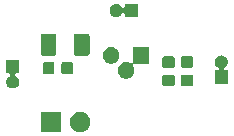
<source format=gbr>
G04 #@! TF.GenerationSoftware,KiCad,Pcbnew,(5.1.4)-1*
G04 #@! TF.CreationDate,2020-05-05T22:33:11+03:00*
G04 #@! TF.ProjectId,Single_Transitor_Amp,53696e67-6c65-45f5-9472-616e7369746f,V1.0*
G04 #@! TF.SameCoordinates,Original*
G04 #@! TF.FileFunction,Soldermask,Top*
G04 #@! TF.FilePolarity,Negative*
%FSLAX46Y46*%
G04 Gerber Fmt 4.6, Leading zero omitted, Abs format (unit mm)*
G04 Created by KiCad (PCBNEW (5.1.4)-1) date 2020-05-05 22:33:11*
%MOMM*%
%LPD*%
G04 APERTURE LIST*
%ADD10C,0.100000*%
G04 APERTURE END LIST*
D10*
G36*
X109178228Y-113131703D02*
G01*
X109333100Y-113195853D01*
X109472481Y-113288985D01*
X109591015Y-113407519D01*
X109684147Y-113546900D01*
X109748297Y-113701772D01*
X109781000Y-113866184D01*
X109781000Y-114033816D01*
X109748297Y-114198228D01*
X109684147Y-114353100D01*
X109591015Y-114492481D01*
X109472481Y-114611015D01*
X109333100Y-114704147D01*
X109178228Y-114768297D01*
X109013816Y-114801000D01*
X108846184Y-114801000D01*
X108681772Y-114768297D01*
X108526900Y-114704147D01*
X108387519Y-114611015D01*
X108268985Y-114492481D01*
X108175853Y-114353100D01*
X108111703Y-114198228D01*
X108079000Y-114033816D01*
X108079000Y-113866184D01*
X108111703Y-113701772D01*
X108175853Y-113546900D01*
X108268985Y-113407519D01*
X108387519Y-113288985D01*
X108526900Y-113195853D01*
X108681772Y-113131703D01*
X108846184Y-113099000D01*
X109013816Y-113099000D01*
X109178228Y-113131703D01*
X109178228Y-113131703D01*
G37*
G36*
X107281000Y-114801000D02*
G01*
X105579000Y-114801000D01*
X105579000Y-113099000D01*
X107281000Y-113099000D01*
X107281000Y-114801000D01*
X107281000Y-114801000D01*
G37*
G36*
X103771000Y-109831000D02*
G01*
X103542735Y-109831000D01*
X103518349Y-109833402D01*
X103494900Y-109840515D01*
X103473289Y-109852066D01*
X103454347Y-109867611D01*
X103438802Y-109886553D01*
X103427251Y-109908164D01*
X103420138Y-109931613D01*
X103417736Y-109955999D01*
X103420138Y-109980385D01*
X103427251Y-110003834D01*
X103438802Y-110025445D01*
X103454347Y-110044387D01*
X103473289Y-110059932D01*
X103483802Y-110066233D01*
X103527600Y-110089644D01*
X103585170Y-110136890D01*
X103611501Y-110158499D01*
X103680357Y-110242400D01*
X103716995Y-110310945D01*
X103731521Y-110338121D01*
X103763027Y-110441985D01*
X103773666Y-110550000D01*
X103763027Y-110658015D01*
X103731521Y-110761879D01*
X103716995Y-110789055D01*
X103680357Y-110857600D01*
X103611501Y-110941501D01*
X103527600Y-111010357D01*
X103459055Y-111046995D01*
X103431879Y-111061521D01*
X103328015Y-111093027D01*
X103247067Y-111101000D01*
X103192933Y-111101000D01*
X103111985Y-111093027D01*
X103008121Y-111061521D01*
X102980945Y-111046995D01*
X102912400Y-111010357D01*
X102828499Y-110941501D01*
X102759643Y-110857600D01*
X102723005Y-110789055D01*
X102708479Y-110761879D01*
X102676973Y-110658015D01*
X102666334Y-110550000D01*
X102676973Y-110441985D01*
X102708479Y-110338121D01*
X102723005Y-110310945D01*
X102759643Y-110242400D01*
X102828499Y-110158499D01*
X102854830Y-110136890D01*
X102912400Y-110089644D01*
X102956193Y-110066236D01*
X102976563Y-110052625D01*
X102993890Y-110035298D01*
X103007504Y-110014924D01*
X103016881Y-109992285D01*
X103021662Y-109968252D01*
X103021662Y-109943748D01*
X103016882Y-109919714D01*
X103007505Y-109897076D01*
X102993891Y-109876701D01*
X102976564Y-109859374D01*
X102956190Y-109845760D01*
X102933551Y-109836383D01*
X102909518Y-109831602D01*
X102897265Y-109831000D01*
X102669000Y-109831000D01*
X102669000Y-108729000D01*
X103771000Y-108729000D01*
X103771000Y-109831000D01*
X103771000Y-109831000D01*
G37*
G36*
X116789591Y-109953085D02*
G01*
X116823569Y-109963393D01*
X116854890Y-109980134D01*
X116882339Y-110002661D01*
X116904866Y-110030110D01*
X116921607Y-110061431D01*
X116931915Y-110095409D01*
X116936000Y-110136890D01*
X116936000Y-110738110D01*
X116931915Y-110779591D01*
X116921607Y-110813569D01*
X116904866Y-110844890D01*
X116882339Y-110872339D01*
X116854890Y-110894866D01*
X116823569Y-110911607D01*
X116789591Y-110921915D01*
X116748110Y-110926000D01*
X116071890Y-110926000D01*
X116030409Y-110921915D01*
X115996431Y-110911607D01*
X115965110Y-110894866D01*
X115937661Y-110872339D01*
X115915134Y-110844890D01*
X115898393Y-110813569D01*
X115888085Y-110779591D01*
X115884000Y-110738110D01*
X115884000Y-110136890D01*
X115888085Y-110095409D01*
X115898393Y-110061431D01*
X115915134Y-110030110D01*
X115937661Y-110002661D01*
X115965110Y-109980134D01*
X115996431Y-109963393D01*
X116030409Y-109953085D01*
X116071890Y-109949000D01*
X116748110Y-109949000D01*
X116789591Y-109953085D01*
X116789591Y-109953085D01*
G37*
G36*
X118359591Y-109953085D02*
G01*
X118393569Y-109963393D01*
X118424890Y-109980134D01*
X118452339Y-110002661D01*
X118474866Y-110030110D01*
X118491607Y-110061431D01*
X118501915Y-110095409D01*
X118506000Y-110136890D01*
X118506000Y-110738110D01*
X118501915Y-110779591D01*
X118491607Y-110813569D01*
X118474866Y-110844890D01*
X118452339Y-110872339D01*
X118424890Y-110894866D01*
X118393569Y-110911607D01*
X118359591Y-110921915D01*
X118318110Y-110926000D01*
X117641890Y-110926000D01*
X117600409Y-110921915D01*
X117566431Y-110911607D01*
X117535110Y-110894866D01*
X117507661Y-110872339D01*
X117485134Y-110844890D01*
X117468393Y-110813569D01*
X117458085Y-110779591D01*
X117454000Y-110738110D01*
X117454000Y-110136890D01*
X117458085Y-110095409D01*
X117468393Y-110061431D01*
X117485134Y-110030110D01*
X117507661Y-110002661D01*
X117535110Y-109980134D01*
X117566431Y-109963393D01*
X117600409Y-109953085D01*
X117641890Y-109949000D01*
X118318110Y-109949000D01*
X118359591Y-109953085D01*
X118359591Y-109953085D01*
G37*
G36*
X120988015Y-108316973D02*
G01*
X121091879Y-108348479D01*
X121119055Y-108363005D01*
X121187600Y-108399643D01*
X121271501Y-108468499D01*
X121340357Y-108552400D01*
X121375554Y-108618250D01*
X121391521Y-108648121D01*
X121423027Y-108751985D01*
X121433666Y-108860000D01*
X121423027Y-108968015D01*
X121391521Y-109071879D01*
X121382770Y-109088250D01*
X121340357Y-109167600D01*
X121313586Y-109200220D01*
X121271501Y-109251501D01*
X121187600Y-109320356D01*
X121143807Y-109343764D01*
X121123437Y-109357375D01*
X121106110Y-109374702D01*
X121092496Y-109395076D01*
X121083119Y-109417715D01*
X121078338Y-109441748D01*
X121078338Y-109466252D01*
X121083118Y-109490286D01*
X121092495Y-109512924D01*
X121106109Y-109533299D01*
X121123436Y-109550626D01*
X121143810Y-109564240D01*
X121166449Y-109573617D01*
X121190482Y-109578398D01*
X121202735Y-109579000D01*
X121431000Y-109579000D01*
X121431000Y-110681000D01*
X120329000Y-110681000D01*
X120329000Y-109579000D01*
X120557265Y-109579000D01*
X120581651Y-109576598D01*
X120605100Y-109569485D01*
X120626711Y-109557934D01*
X120645653Y-109542389D01*
X120661198Y-109523447D01*
X120672749Y-109501836D01*
X120679862Y-109478387D01*
X120682264Y-109454001D01*
X120679862Y-109429615D01*
X120672749Y-109406166D01*
X120661198Y-109384555D01*
X120645653Y-109365613D01*
X120626711Y-109350068D01*
X120616198Y-109343767D01*
X120572400Y-109320356D01*
X120488499Y-109251501D01*
X120446414Y-109200220D01*
X120419643Y-109167600D01*
X120377230Y-109088250D01*
X120368479Y-109071879D01*
X120336973Y-108968015D01*
X120326334Y-108860000D01*
X120336973Y-108751985D01*
X120368479Y-108648121D01*
X120384446Y-108618250D01*
X120419643Y-108552400D01*
X120488499Y-108468499D01*
X120572400Y-108399643D01*
X120640945Y-108363005D01*
X120668121Y-108348479D01*
X120771985Y-108316973D01*
X120852933Y-108309000D01*
X120907067Y-108309000D01*
X120988015Y-108316973D01*
X120988015Y-108316973D01*
G37*
G36*
X114791000Y-109001000D02*
G01*
X113516749Y-109001000D01*
X113492363Y-109003402D01*
X113468914Y-109010515D01*
X113447303Y-109022066D01*
X113428361Y-109037611D01*
X113412816Y-109056553D01*
X113401265Y-109078164D01*
X113394152Y-109101613D01*
X113391750Y-109125999D01*
X113394152Y-109150385D01*
X113401265Y-109173834D01*
X113412816Y-109195444D01*
X113441218Y-109237951D01*
X113494062Y-109365527D01*
X113521000Y-109500956D01*
X113521000Y-109639044D01*
X113494062Y-109774473D01*
X113441218Y-109902049D01*
X113364505Y-110016859D01*
X113266859Y-110114505D01*
X113152049Y-110191218D01*
X113024473Y-110244062D01*
X112889044Y-110271000D01*
X112750956Y-110271000D01*
X112615527Y-110244062D01*
X112487951Y-110191218D01*
X112373141Y-110114505D01*
X112275495Y-110016859D01*
X112198782Y-109902049D01*
X112145938Y-109774473D01*
X112119000Y-109639044D01*
X112119000Y-109500956D01*
X112145938Y-109365527D01*
X112198782Y-109237951D01*
X112275495Y-109123141D01*
X112373141Y-109025495D01*
X112487951Y-108948782D01*
X112615527Y-108895938D01*
X112750956Y-108869000D01*
X112889044Y-108869000D01*
X113024473Y-108895938D01*
X113152049Y-108948782D01*
X113194556Y-108977184D01*
X113216167Y-108988735D01*
X113239616Y-108995848D01*
X113264002Y-108998250D01*
X113288388Y-108995848D01*
X113311837Y-108988735D01*
X113333447Y-108977183D01*
X113352389Y-108961638D01*
X113367934Y-108942696D01*
X113379485Y-108921085D01*
X113386598Y-108897636D01*
X113389000Y-108873251D01*
X113389000Y-107599000D01*
X114791000Y-107599000D01*
X114791000Y-109001000D01*
X114791000Y-109001000D01*
G37*
G36*
X108179591Y-108848085D02*
G01*
X108213569Y-108858393D01*
X108244890Y-108875134D01*
X108272339Y-108897661D01*
X108294866Y-108925110D01*
X108311607Y-108956431D01*
X108321915Y-108990409D01*
X108326000Y-109031890D01*
X108326000Y-109708110D01*
X108321915Y-109749591D01*
X108311607Y-109783569D01*
X108294866Y-109814890D01*
X108272339Y-109842339D01*
X108244890Y-109864866D01*
X108213569Y-109881607D01*
X108179591Y-109891915D01*
X108138110Y-109896000D01*
X107536890Y-109896000D01*
X107495409Y-109891915D01*
X107461431Y-109881607D01*
X107430110Y-109864866D01*
X107402661Y-109842339D01*
X107380134Y-109814890D01*
X107363393Y-109783569D01*
X107353085Y-109749591D01*
X107349000Y-109708110D01*
X107349000Y-109031890D01*
X107353085Y-108990409D01*
X107363393Y-108956431D01*
X107380134Y-108925110D01*
X107402661Y-108897661D01*
X107430110Y-108875134D01*
X107461431Y-108858393D01*
X107495409Y-108848085D01*
X107536890Y-108844000D01*
X108138110Y-108844000D01*
X108179591Y-108848085D01*
X108179591Y-108848085D01*
G37*
G36*
X106604591Y-108848085D02*
G01*
X106638569Y-108858393D01*
X106669890Y-108875134D01*
X106697339Y-108897661D01*
X106719866Y-108925110D01*
X106736607Y-108956431D01*
X106746915Y-108990409D01*
X106751000Y-109031890D01*
X106751000Y-109708110D01*
X106746915Y-109749591D01*
X106736607Y-109783569D01*
X106719866Y-109814890D01*
X106697339Y-109842339D01*
X106669890Y-109864866D01*
X106638569Y-109881607D01*
X106604591Y-109891915D01*
X106563110Y-109896000D01*
X105961890Y-109896000D01*
X105920409Y-109891915D01*
X105886431Y-109881607D01*
X105855110Y-109864866D01*
X105827661Y-109842339D01*
X105805134Y-109814890D01*
X105788393Y-109783569D01*
X105778085Y-109749591D01*
X105774000Y-109708110D01*
X105774000Y-109031890D01*
X105778085Y-108990409D01*
X105788393Y-108956431D01*
X105805134Y-108925110D01*
X105827661Y-108897661D01*
X105855110Y-108875134D01*
X105886431Y-108858393D01*
X105920409Y-108848085D01*
X105961890Y-108844000D01*
X106563110Y-108844000D01*
X106604591Y-108848085D01*
X106604591Y-108848085D01*
G37*
G36*
X116789591Y-108378085D02*
G01*
X116823569Y-108388393D01*
X116854890Y-108405134D01*
X116882339Y-108427661D01*
X116904866Y-108455110D01*
X116921607Y-108486431D01*
X116931915Y-108520409D01*
X116936000Y-108561890D01*
X116936000Y-109163110D01*
X116931915Y-109204591D01*
X116921607Y-109238569D01*
X116904866Y-109269890D01*
X116882339Y-109297339D01*
X116854890Y-109319866D01*
X116823569Y-109336607D01*
X116789591Y-109346915D01*
X116748110Y-109351000D01*
X116071890Y-109351000D01*
X116030409Y-109346915D01*
X115996431Y-109336607D01*
X115965110Y-109319866D01*
X115937661Y-109297339D01*
X115915134Y-109269890D01*
X115898393Y-109238569D01*
X115888085Y-109204591D01*
X115884000Y-109163110D01*
X115884000Y-108561890D01*
X115888085Y-108520409D01*
X115898393Y-108486431D01*
X115915134Y-108455110D01*
X115937661Y-108427661D01*
X115965110Y-108405134D01*
X115996431Y-108388393D01*
X116030409Y-108378085D01*
X116071890Y-108374000D01*
X116748110Y-108374000D01*
X116789591Y-108378085D01*
X116789591Y-108378085D01*
G37*
G36*
X118359591Y-108378085D02*
G01*
X118393569Y-108388393D01*
X118424890Y-108405134D01*
X118452339Y-108427661D01*
X118474866Y-108455110D01*
X118491607Y-108486431D01*
X118501915Y-108520409D01*
X118506000Y-108561890D01*
X118506000Y-109163110D01*
X118501915Y-109204591D01*
X118491607Y-109238569D01*
X118474866Y-109269890D01*
X118452339Y-109297339D01*
X118424890Y-109319866D01*
X118393569Y-109336607D01*
X118359591Y-109346915D01*
X118318110Y-109351000D01*
X117641890Y-109351000D01*
X117600409Y-109346915D01*
X117566431Y-109336607D01*
X117535110Y-109319866D01*
X117507661Y-109297339D01*
X117485134Y-109269890D01*
X117468393Y-109238569D01*
X117458085Y-109204591D01*
X117454000Y-109163110D01*
X117454000Y-108561890D01*
X117458085Y-108520409D01*
X117468393Y-108486431D01*
X117485134Y-108455110D01*
X117507661Y-108427661D01*
X117535110Y-108405134D01*
X117566431Y-108388393D01*
X117600409Y-108378085D01*
X117641890Y-108374000D01*
X118318110Y-108374000D01*
X118359591Y-108378085D01*
X118359591Y-108378085D01*
G37*
G36*
X111754473Y-107625938D02*
G01*
X111882049Y-107678782D01*
X111996859Y-107755495D01*
X112094505Y-107853141D01*
X112171218Y-107967951D01*
X112224062Y-108095527D01*
X112251000Y-108230956D01*
X112251000Y-108369044D01*
X112224062Y-108504473D01*
X112171218Y-108632049D01*
X112094505Y-108746859D01*
X111996859Y-108844505D01*
X111882049Y-108921218D01*
X111754473Y-108974062D01*
X111619044Y-109001000D01*
X111480956Y-109001000D01*
X111345527Y-108974062D01*
X111217951Y-108921218D01*
X111103141Y-108844505D01*
X111005495Y-108746859D01*
X110928782Y-108632049D01*
X110875938Y-108504473D01*
X110849000Y-108369044D01*
X110849000Y-108230956D01*
X110875938Y-108095527D01*
X110928782Y-107967951D01*
X111005495Y-107853141D01*
X111103141Y-107755495D01*
X111217951Y-107678782D01*
X111345527Y-107625938D01*
X111480956Y-107599000D01*
X111619044Y-107599000D01*
X111754473Y-107625938D01*
X111754473Y-107625938D01*
G37*
G36*
X106768604Y-106468347D02*
G01*
X106805144Y-106479432D01*
X106838821Y-106497433D01*
X106868341Y-106521659D01*
X106892567Y-106551179D01*
X106910568Y-106584856D01*
X106921653Y-106621396D01*
X106926000Y-106665538D01*
X106926000Y-108114462D01*
X106921653Y-108158604D01*
X106910568Y-108195144D01*
X106892567Y-108228821D01*
X106868341Y-108258341D01*
X106838821Y-108282567D01*
X106805144Y-108300568D01*
X106768604Y-108311653D01*
X106724462Y-108316000D01*
X105775538Y-108316000D01*
X105731396Y-108311653D01*
X105694856Y-108300568D01*
X105661179Y-108282567D01*
X105631659Y-108258341D01*
X105607433Y-108228821D01*
X105589432Y-108195144D01*
X105578347Y-108158604D01*
X105574000Y-108114462D01*
X105574000Y-106665538D01*
X105578347Y-106621396D01*
X105589432Y-106584856D01*
X105607433Y-106551179D01*
X105631659Y-106521659D01*
X105661179Y-106497433D01*
X105694856Y-106479432D01*
X105731396Y-106468347D01*
X105775538Y-106464000D01*
X106724462Y-106464000D01*
X106768604Y-106468347D01*
X106768604Y-106468347D01*
G37*
G36*
X109568604Y-106468347D02*
G01*
X109605144Y-106479432D01*
X109638821Y-106497433D01*
X109668341Y-106521659D01*
X109692567Y-106551179D01*
X109710568Y-106584856D01*
X109721653Y-106621396D01*
X109726000Y-106665538D01*
X109726000Y-108114462D01*
X109721653Y-108158604D01*
X109710568Y-108195144D01*
X109692567Y-108228821D01*
X109668341Y-108258341D01*
X109638821Y-108282567D01*
X109605144Y-108300568D01*
X109568604Y-108311653D01*
X109524462Y-108316000D01*
X108575538Y-108316000D01*
X108531396Y-108311653D01*
X108494856Y-108300568D01*
X108461179Y-108282567D01*
X108431659Y-108258341D01*
X108407433Y-108228821D01*
X108389432Y-108195144D01*
X108378347Y-108158604D01*
X108374000Y-108114462D01*
X108374000Y-106665538D01*
X108378347Y-106621396D01*
X108389432Y-106584856D01*
X108407433Y-106551179D01*
X108431659Y-106521659D01*
X108461179Y-106497433D01*
X108494856Y-106479432D01*
X108531396Y-106468347D01*
X108575538Y-106464000D01*
X109524462Y-106464000D01*
X109568604Y-106468347D01*
X109568604Y-106468347D01*
G37*
G36*
X112078015Y-103956973D02*
G01*
X112181879Y-103988479D01*
X112209055Y-104003005D01*
X112277600Y-104039643D01*
X112361501Y-104108499D01*
X112430356Y-104192400D01*
X112453764Y-104236193D01*
X112467375Y-104256563D01*
X112484702Y-104273890D01*
X112505076Y-104287504D01*
X112527715Y-104296881D01*
X112551748Y-104301662D01*
X112576252Y-104301662D01*
X112600286Y-104296882D01*
X112622924Y-104287505D01*
X112643299Y-104273891D01*
X112660626Y-104256564D01*
X112674240Y-104236190D01*
X112683617Y-104213551D01*
X112688398Y-104189518D01*
X112689000Y-104177265D01*
X112689000Y-103949000D01*
X113791000Y-103949000D01*
X113791000Y-105051000D01*
X112689000Y-105051000D01*
X112689000Y-104822735D01*
X112686598Y-104798349D01*
X112679485Y-104774900D01*
X112667934Y-104753289D01*
X112652389Y-104734347D01*
X112633447Y-104718802D01*
X112611836Y-104707251D01*
X112588387Y-104700138D01*
X112564001Y-104697736D01*
X112539615Y-104700138D01*
X112516166Y-104707251D01*
X112494555Y-104718802D01*
X112475613Y-104734347D01*
X112460068Y-104753289D01*
X112453767Y-104763802D01*
X112430356Y-104807600D01*
X112430355Y-104807601D01*
X112361501Y-104891501D01*
X112277600Y-104960357D01*
X112209055Y-104996995D01*
X112181879Y-105011521D01*
X112078015Y-105043027D01*
X111997067Y-105051000D01*
X111942933Y-105051000D01*
X111861985Y-105043027D01*
X111758121Y-105011521D01*
X111730945Y-104996995D01*
X111662400Y-104960357D01*
X111578499Y-104891501D01*
X111509643Y-104807600D01*
X111470489Y-104734347D01*
X111458479Y-104711879D01*
X111426973Y-104608015D01*
X111416334Y-104500000D01*
X111426973Y-104391985D01*
X111458479Y-104288121D01*
X111498338Y-104213551D01*
X111509643Y-104192400D01*
X111578499Y-104108499D01*
X111662400Y-104039643D01*
X111730945Y-104003005D01*
X111758121Y-103988479D01*
X111861985Y-103956973D01*
X111942933Y-103949000D01*
X111997067Y-103949000D01*
X112078015Y-103956973D01*
X112078015Y-103956973D01*
G37*
M02*

</source>
